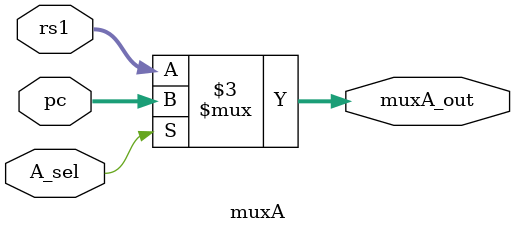
<source format=v>
module muxA (input [31:0] pc // gia tri PC hien hanh
		, rs1 // gia tri luu trong DataA cua Reg[] la rs1 
              ,input A_sel,
              output reg [31:0] muxA_out);
always @(A_sel, pc, rs1) begin
  if (A_sel)// A_sel = 1  chon toan hang 1 la gia tri PC cho ALU tinh toan phuc vu cac cau lenh nhay
    muxA_out= pc;
  else// A_sel = 0 chon du lieu tu Reg[] DataA laf toan hang 1 rs1 cho ALU
    muxA_out= rs1;
end
endmodule
</source>
